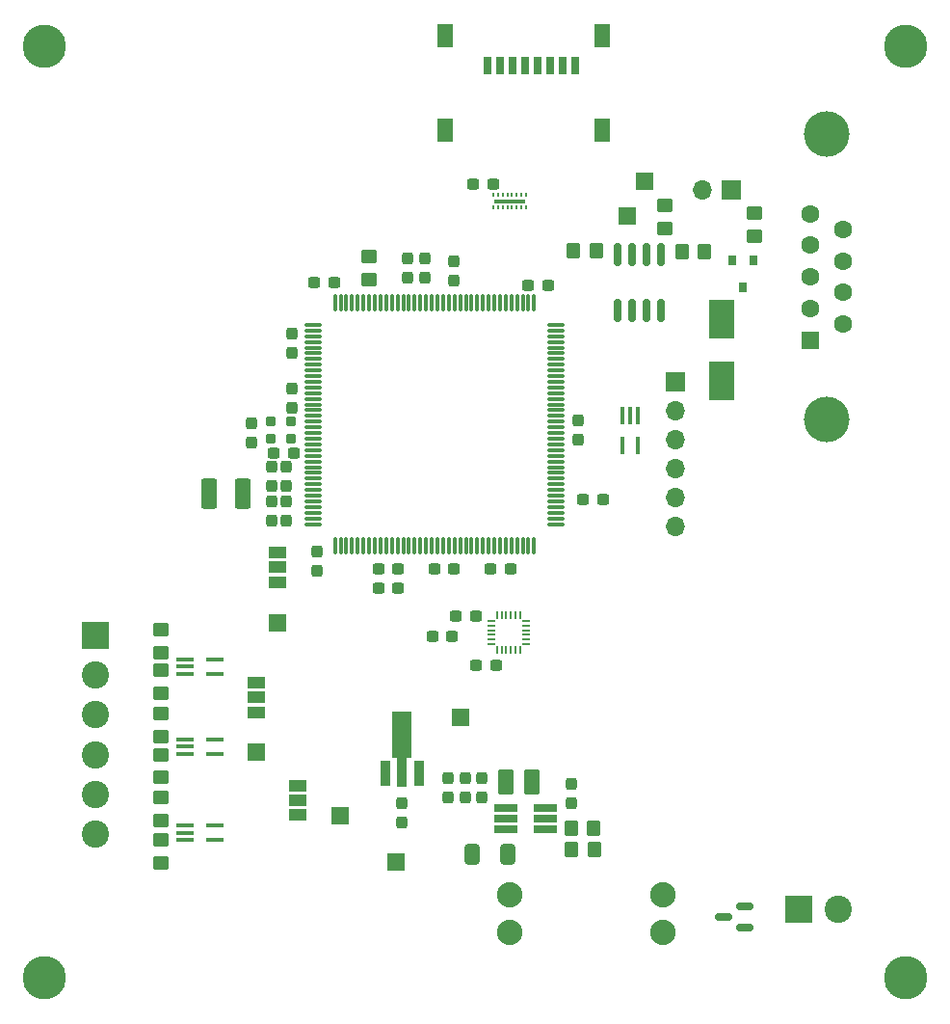
<source format=gts>
G04 #@! TF.GenerationSoftware,KiCad,Pcbnew,(6.0.5)*
G04 #@! TF.CreationDate,2023-02-15T02:15:57-07:00*
G04 #@! TF.ProjectId,EVCU,45564355-2e6b-4696-9361-645f70636258,rev?*
G04 #@! TF.SameCoordinates,Original*
G04 #@! TF.FileFunction,Soldermask,Top*
G04 #@! TF.FilePolarity,Negative*
%FSLAX46Y46*%
G04 Gerber Fmt 4.6, Leading zero omitted, Abs format (unit mm)*
G04 Created by KiCad (PCBNEW (6.0.5)) date 2023-02-15 02:15:57*
%MOMM*%
%LPD*%
G01*
G04 APERTURE LIST*
G04 Aperture macros list*
%AMRoundRect*
0 Rectangle with rounded corners*
0 $1 Rounding radius*
0 $2 $3 $4 $5 $6 $7 $8 $9 X,Y pos of 4 corners*
0 Add a 4 corners polygon primitive as box body*
4,1,4,$2,$3,$4,$5,$6,$7,$8,$9,$2,$3,0*
0 Add four circle primitives for the rounded corners*
1,1,$1+$1,$2,$3*
1,1,$1+$1,$4,$5*
1,1,$1+$1,$6,$7*
1,1,$1+$1,$8,$9*
0 Add four rect primitives between the rounded corners*
20,1,$1+$1,$2,$3,$4,$5,0*
20,1,$1+$1,$4,$5,$6,$7,0*
20,1,$1+$1,$6,$7,$8,$9,0*
20,1,$1+$1,$8,$9,$2,$3,0*%
%AMFreePoly0*
4,1,14,0.266715,0.088284,0.363284,-0.008285,0.375000,-0.036569,0.375000,-0.060000,0.363284,-0.088284,0.335000,-0.100000,-0.335000,-0.100000,-0.363284,-0.088284,-0.375000,-0.060000,-0.375000,0.060000,-0.363284,0.088284,-0.335000,0.100000,0.238431,0.100000,0.266715,0.088284,0.266715,0.088284,$1*%
%AMFreePoly1*
4,1,14,0.363284,0.088284,0.375000,0.060000,0.375000,0.036569,0.363284,0.008285,0.266715,-0.088284,0.238431,-0.100000,-0.335000,-0.100000,-0.363284,-0.088284,-0.375000,-0.060000,-0.375000,0.060000,-0.363284,0.088284,-0.335000,0.100000,0.335000,0.100000,0.363284,0.088284,0.363284,0.088284,$1*%
%AMFreePoly2*
4,1,14,0.088284,0.363284,0.100000,0.335000,0.100000,-0.335000,0.088284,-0.363284,0.060000,-0.375000,-0.060000,-0.375000,-0.088284,-0.363284,-0.100000,-0.335000,-0.100000,0.238431,-0.088284,0.266715,0.008285,0.363284,0.036569,0.375000,0.060000,0.375000,0.088284,0.363284,0.088284,0.363284,$1*%
%AMFreePoly3*
4,1,14,-0.008285,0.363284,0.088284,0.266715,0.100000,0.238431,0.100000,-0.335000,0.088284,-0.363284,0.060000,-0.375000,-0.060000,-0.375000,-0.088284,-0.363284,-0.100000,-0.335000,-0.100000,0.335000,-0.088284,0.363284,-0.060000,0.375000,-0.036569,0.375000,-0.008285,0.363284,-0.008285,0.363284,$1*%
%AMFreePoly4*
4,1,14,0.363284,0.088284,0.375000,0.060000,0.375000,-0.060000,0.363284,-0.088284,0.335000,-0.100000,-0.238431,-0.100000,-0.266715,-0.088284,-0.363284,0.008285,-0.375000,0.036569,-0.375000,0.060000,-0.363284,0.088284,-0.335000,0.100000,0.335000,0.100000,0.363284,0.088284,0.363284,0.088284,$1*%
%AMFreePoly5*
4,1,14,0.363284,0.088284,0.375000,0.060000,0.375000,-0.060000,0.363284,-0.088284,0.335000,-0.100000,-0.335000,-0.100000,-0.363284,-0.088284,-0.375000,-0.060000,-0.375000,-0.036569,-0.363284,-0.008285,-0.266715,0.088284,-0.238431,0.100000,0.335000,0.100000,0.363284,0.088284,0.363284,0.088284,$1*%
%AMFreePoly6*
4,1,14,0.088284,0.363284,0.100000,0.335000,0.100000,-0.238431,0.088284,-0.266715,-0.008285,-0.363284,-0.036569,-0.375000,-0.060000,-0.375000,-0.088284,-0.363284,-0.100000,-0.335000,-0.100000,0.335000,-0.088284,0.363284,-0.060000,0.375000,0.060000,0.375000,0.088284,0.363284,0.088284,0.363284,$1*%
%AMFreePoly7*
4,1,14,0.088284,0.363284,0.100000,0.335000,0.100000,-0.335000,0.088284,-0.363284,0.060000,-0.375000,0.036569,-0.375000,0.008285,-0.363284,-0.088284,-0.266715,-0.100000,-0.238431,-0.100000,0.335000,-0.088284,0.363284,-0.060000,0.375000,0.060000,0.375000,0.088284,0.363284,0.088284,0.363284,$1*%
%AMFreePoly8*
4,1,9,5.362500,-0.866500,1.237500,-0.866500,1.237500,-0.450000,-1.237500,-0.450000,-1.237500,0.450000,1.237500,0.450000,1.237500,0.866500,5.362500,0.866500,5.362500,-0.866500,5.362500,-0.866500,$1*%
G04 Aperture macros list end*
%ADD10R,1.500000X1.500000*%
%ADD11RoundRect,0.237500X0.237500X-0.300000X0.237500X0.300000X-0.237500X0.300000X-0.237500X-0.300000X0*%
%ADD12R,0.400000X1.500000*%
%ADD13R,1.500000X1.000000*%
%ADD14FreePoly0,270.000000*%
%ADD15RoundRect,0.050000X-0.050000X0.325000X-0.050000X-0.325000X0.050000X-0.325000X0.050000X0.325000X0*%
%ADD16FreePoly1,270.000000*%
%ADD17FreePoly2,270.000000*%
%ADD18RoundRect,0.050000X-0.325000X0.050000X-0.325000X-0.050000X0.325000X-0.050000X0.325000X0.050000X0*%
%ADD19FreePoly3,270.000000*%
%ADD20FreePoly4,270.000000*%
%ADD21FreePoly5,270.000000*%
%ADD22FreePoly6,270.000000*%
%ADD23FreePoly7,270.000000*%
%ADD24RoundRect,0.250001X0.462499X0.849999X-0.462499X0.849999X-0.462499X-0.849999X0.462499X-0.849999X0*%
%ADD25RoundRect,0.237500X0.300000X0.237500X-0.300000X0.237500X-0.300000X-0.237500X0.300000X-0.237500X0*%
%ADD26R,0.900000X2.300000*%
%ADD27FreePoly8,90.000000*%
%ADD28C,3.800000*%
%ADD29RoundRect,0.237500X-0.237500X0.300000X-0.237500X-0.300000X0.237500X-0.300000X0.237500X0.300000X0*%
%ADD30RoundRect,0.250001X-0.462499X-1.074999X0.462499X-1.074999X0.462499X1.074999X-0.462499X1.074999X0*%
%ADD31RoundRect,0.250000X-0.450000X0.350000X-0.450000X-0.350000X0.450000X-0.350000X0.450000X0.350000X0*%
%ADD32R,1.500000X0.400000*%
%ADD33RoundRect,0.250000X0.350000X0.450000X-0.350000X0.450000X-0.350000X-0.450000X0.350000X-0.450000X0*%
%ADD34RoundRect,0.250000X0.412500X0.650000X-0.412500X0.650000X-0.412500X-0.650000X0.412500X-0.650000X0*%
%ADD35R,2.000000X0.650000*%
%ADD36RoundRect,0.250000X-0.350000X-0.450000X0.350000X-0.450000X0.350000X0.450000X-0.350000X0.450000X0*%
%ADD37R,2.400000X2.400000*%
%ADD38C,2.400000*%
%ADD39C,2.235200*%
%ADD40RoundRect,0.075000X-0.662500X-0.075000X0.662500X-0.075000X0.662500X0.075000X-0.662500X0.075000X0*%
%ADD41RoundRect,0.075000X-0.075000X-0.662500X0.075000X-0.662500X0.075000X0.662500X-0.075000X0.662500X0*%
%ADD42RoundRect,0.237500X-0.300000X-0.237500X0.300000X-0.237500X0.300000X0.237500X-0.300000X0.237500X0*%
%ADD43R,1.700000X1.700000*%
%ADD44O,1.700000X1.700000*%
%ADD45RoundRect,0.150000X0.587500X0.150000X-0.587500X0.150000X-0.587500X-0.150000X0.587500X-0.150000X0*%
%ADD46R,2.300000X3.500000*%
%ADD47RoundRect,0.150000X0.150000X-0.825000X0.150000X0.825000X-0.150000X0.825000X-0.150000X-0.825000X0*%
%ADD48R,0.800000X1.500000*%
%ADD49R,1.450000X2.000000*%
%ADD50RoundRect,0.250000X0.450000X-0.350000X0.450000X0.350000X-0.450000X0.350000X-0.450000X-0.350000X0*%
%ADD51C,4.000000*%
%ADD52R,1.600000X1.600000*%
%ADD53C,1.600000*%
%ADD54RoundRect,0.200000X0.250000X-0.200000X0.250000X0.200000X-0.250000X0.200000X-0.250000X-0.200000X0*%
%ADD55R,0.800000X0.900000*%
%ADD56R,0.200000X0.450000*%
%ADD57R,2.800000X0.300000*%
G04 APERTURE END LIST*
D10*
X136579531Y-57293200D03*
X135055531Y-60341200D03*
D11*
X130105200Y-111915100D03*
X130105200Y-110190100D03*
D12*
X135955800Y-77867200D03*
X135305800Y-77867200D03*
X134655800Y-77867200D03*
X134655800Y-80527200D03*
X135955800Y-80527200D03*
D13*
X104292400Y-89886000D03*
X104292400Y-91186000D03*
X104292400Y-92486000D03*
D11*
X119846400Y-66029700D03*
X119846400Y-64304700D03*
D14*
X125621600Y-95417200D03*
D15*
X125221600Y-95417200D03*
X124821600Y-95417200D03*
X124421600Y-95417200D03*
X124021600Y-95417200D03*
D16*
X123621600Y-95417200D03*
D17*
X123121600Y-95917200D03*
D18*
X123121600Y-96317200D03*
X123121600Y-96717200D03*
X123121600Y-97117200D03*
X123121600Y-97517200D03*
D19*
X123121600Y-97917200D03*
D20*
X123621600Y-98417200D03*
D15*
X124021600Y-98417200D03*
X124421600Y-98417200D03*
X124821600Y-98417200D03*
X125221600Y-98417200D03*
D21*
X125621600Y-98417200D03*
D22*
X126121600Y-97917200D03*
D18*
X126121600Y-97517200D03*
X126121600Y-97117200D03*
X126121600Y-96717200D03*
X126121600Y-96317200D03*
D23*
X126121600Y-95917200D03*
D24*
X126695700Y-110036600D03*
X124370700Y-110036600D03*
D25*
X123502900Y-99838200D03*
X121777900Y-99838200D03*
D26*
X113765200Y-109312600D03*
D27*
X115265200Y-109225100D03*
D26*
X116765200Y-109312600D03*
D10*
X109820200Y-112979200D03*
D28*
X83820000Y-45466000D03*
D29*
X115243008Y-111910156D03*
X115243008Y-113635156D03*
D28*
X159512000Y-45466000D03*
D30*
X98292900Y-84725200D03*
X101267900Y-84725200D03*
D11*
X130768400Y-79999700D03*
X130768400Y-78274700D03*
D25*
X109278900Y-66183200D03*
X107553900Y-66183200D03*
D31*
X94081600Y-107661200D03*
X94081600Y-109661200D03*
D32*
X96155200Y-99273600D03*
X96155200Y-99923600D03*
X96155200Y-100573600D03*
X98815200Y-100573600D03*
X98815200Y-99273600D03*
D11*
X117306400Y-65775700D03*
X117306400Y-64050700D03*
D33*
X132121200Y-114117856D03*
X130121200Y-114117856D03*
D13*
X102479600Y-101316000D03*
X102479600Y-102616000D03*
X102479600Y-103916000D03*
D34*
X124555700Y-116386600D03*
X121430700Y-116386600D03*
D31*
X94081600Y-104054400D03*
X94081600Y-106054400D03*
D33*
X132321731Y-63414600D03*
X130321731Y-63414600D03*
D35*
X124409200Y-112308600D03*
X124409200Y-113258600D03*
X124409200Y-114208600D03*
X127829200Y-114208600D03*
X127829200Y-113258600D03*
X127829200Y-112308600D03*
D31*
X94081600Y-96688400D03*
X94081600Y-98688400D03*
D25*
X124772900Y-91329200D03*
X123047900Y-91329200D03*
D10*
X104292400Y-96053400D03*
D36*
X139846731Y-63465400D03*
X141846731Y-63465400D03*
D32*
X96155200Y-106284000D03*
X96155200Y-106934000D03*
X96155200Y-107584000D03*
X98815200Y-107584000D03*
X98815200Y-106284000D03*
D25*
X114892300Y-91329200D03*
X113167300Y-91329200D03*
D13*
X106086400Y-110358400D03*
X106086400Y-111658400D03*
X106086400Y-112958400D03*
D37*
X150091200Y-121194600D03*
D38*
X153591200Y-121194600D03*
D10*
X114757200Y-117094000D03*
D25*
X114892300Y-93005600D03*
X113167300Y-93005600D03*
X119819900Y-91329200D03*
X118094900Y-91329200D03*
D39*
X138153808Y-123288256D03*
X138153808Y-119986256D03*
X124691808Y-123288256D03*
X124691808Y-119986256D03*
D40*
X107456700Y-69904600D03*
X107456700Y-70404600D03*
X107456700Y-70904600D03*
X107456700Y-71404600D03*
X107456700Y-71904600D03*
X107456700Y-72404600D03*
X107456700Y-72904600D03*
X107456700Y-73404600D03*
X107456700Y-73904600D03*
X107456700Y-74404600D03*
X107456700Y-74904600D03*
X107456700Y-75404600D03*
X107456700Y-75904600D03*
X107456700Y-76404600D03*
X107456700Y-76904600D03*
X107456700Y-77404600D03*
X107456700Y-77904600D03*
X107456700Y-78404600D03*
X107456700Y-78904600D03*
X107456700Y-79404600D03*
X107456700Y-79904600D03*
X107456700Y-80404600D03*
X107456700Y-80904600D03*
X107456700Y-81404600D03*
X107456700Y-81904600D03*
X107456700Y-82404600D03*
X107456700Y-82904600D03*
X107456700Y-83404600D03*
X107456700Y-83904600D03*
X107456700Y-84404600D03*
X107456700Y-84904600D03*
X107456700Y-85404600D03*
X107456700Y-85904600D03*
X107456700Y-86404600D03*
X107456700Y-86904600D03*
X107456700Y-87404600D03*
D41*
X109369200Y-89317100D03*
X109869200Y-89317100D03*
X110369200Y-89317100D03*
X110869200Y-89317100D03*
X111369200Y-89317100D03*
X111869200Y-89317100D03*
X112369200Y-89317100D03*
X112869200Y-89317100D03*
X113369200Y-89317100D03*
X113869200Y-89317100D03*
X114369200Y-89317100D03*
X114869200Y-89317100D03*
X115369200Y-89317100D03*
X115869200Y-89317100D03*
X116369200Y-89317100D03*
X116869200Y-89317100D03*
X117369200Y-89317100D03*
X117869200Y-89317100D03*
X118369200Y-89317100D03*
X118869200Y-89317100D03*
X119369200Y-89317100D03*
X119869200Y-89317100D03*
X120369200Y-89317100D03*
X120869200Y-89317100D03*
X121369200Y-89317100D03*
X121869200Y-89317100D03*
X122369200Y-89317100D03*
X122869200Y-89317100D03*
X123369200Y-89317100D03*
X123869200Y-89317100D03*
X124369200Y-89317100D03*
X124869200Y-89317100D03*
X125369200Y-89317100D03*
X125869200Y-89317100D03*
X126369200Y-89317100D03*
X126869200Y-89317100D03*
D40*
X128781700Y-87404600D03*
X128781700Y-86904600D03*
X128781700Y-86404600D03*
X128781700Y-85904600D03*
X128781700Y-85404600D03*
X128781700Y-84904600D03*
X128781700Y-84404600D03*
X128781700Y-83904600D03*
X128781700Y-83404600D03*
X128781700Y-82904600D03*
X128781700Y-82404600D03*
X128781700Y-81904600D03*
X128781700Y-81404600D03*
X128781700Y-80904600D03*
X128781700Y-80404600D03*
X128781700Y-79904600D03*
X128781700Y-79404600D03*
X128781700Y-78904600D03*
X128781700Y-78404600D03*
X128781700Y-77904600D03*
X128781700Y-77404600D03*
X128781700Y-76904600D03*
X128781700Y-76404600D03*
X128781700Y-75904600D03*
X128781700Y-75404600D03*
X128781700Y-74904600D03*
X128781700Y-74404600D03*
X128781700Y-73904600D03*
X128781700Y-73404600D03*
X128781700Y-72904600D03*
X128781700Y-72404600D03*
X128781700Y-71904600D03*
X128781700Y-71404600D03*
X128781700Y-70904600D03*
X128781700Y-70404600D03*
X128781700Y-69904600D03*
D41*
X126869200Y-67992100D03*
X126369200Y-67992100D03*
X125869200Y-67992100D03*
X125369200Y-67992100D03*
X124869200Y-67992100D03*
X124369200Y-67992100D03*
X123869200Y-67992100D03*
X123369200Y-67992100D03*
X122869200Y-67992100D03*
X122369200Y-67992100D03*
X121869200Y-67992100D03*
X121369200Y-67992100D03*
X120869200Y-67992100D03*
X120369200Y-67992100D03*
X119869200Y-67992100D03*
X119369200Y-67992100D03*
X118869200Y-67992100D03*
X118369200Y-67992100D03*
X117869200Y-67992100D03*
X117369200Y-67992100D03*
X116869200Y-67992100D03*
X116369200Y-67992100D03*
X115869200Y-67992100D03*
X115369200Y-67992100D03*
X114869200Y-67992100D03*
X114369200Y-67992100D03*
X113869200Y-67992100D03*
X113369200Y-67992100D03*
X112869200Y-67992100D03*
X112369200Y-67992100D03*
X111869200Y-67992100D03*
X111369200Y-67992100D03*
X110869200Y-67992100D03*
X110369200Y-67992100D03*
X109869200Y-67992100D03*
X109369200Y-67992100D03*
D11*
X115782400Y-65775700D03*
X115782400Y-64050700D03*
D42*
X131175900Y-85233200D03*
X132900900Y-85233200D03*
D43*
X144204531Y-58055200D03*
D44*
X141664531Y-58055200D03*
D45*
X145412700Y-122844600D03*
X145412700Y-120944600D03*
X143537700Y-121894600D03*
D25*
X121724900Y-95469400D03*
X119999900Y-95469400D03*
D43*
X139319000Y-74904600D03*
D44*
X139319000Y-77444600D03*
X139319000Y-79984600D03*
X139319000Y-82524600D03*
X139319000Y-85064600D03*
X139319000Y-87604600D03*
D31*
X94081600Y-100244400D03*
X94081600Y-102244400D03*
D32*
X96155200Y-113853200D03*
X96155200Y-114503200D03*
X96155200Y-115153200D03*
X98815200Y-115153200D03*
X98815200Y-113853200D03*
D31*
X146231531Y-60103200D03*
X146231531Y-62103200D03*
D28*
X159512000Y-127254000D03*
D42*
X121523900Y-57547200D03*
X123248900Y-57547200D03*
D29*
X119307008Y-109674956D03*
X119307008Y-111399956D03*
X120863208Y-109682100D03*
X120863208Y-111407100D03*
D37*
X88279200Y-97142600D03*
D38*
X88279200Y-100642600D03*
X88279200Y-104142600D03*
X88279200Y-107642600D03*
X88279200Y-111142600D03*
X88279200Y-114642600D03*
D10*
X102454200Y-107391200D03*
D46*
X143383000Y-74836000D03*
X143383000Y-69436000D03*
D29*
X105114400Y-85386700D03*
X105114400Y-87111700D03*
D11*
X105622400Y-77205700D03*
X105622400Y-75480700D03*
D10*
X120370600Y-104394000D03*
D25*
X105722900Y-81169200D03*
X103997900Y-81169200D03*
D11*
X105114400Y-84063700D03*
X105114400Y-82338700D03*
D47*
X134166531Y-68658200D03*
X135436531Y-68658200D03*
X136706531Y-68658200D03*
X137976531Y-68658200D03*
X137976531Y-63708200D03*
X136706531Y-63708200D03*
X135436531Y-63708200D03*
X134166531Y-63708200D03*
D48*
X122742400Y-47107200D03*
X123842400Y-47107200D03*
X124942400Y-47107200D03*
X126042400Y-47107200D03*
X127142400Y-47107200D03*
X128242400Y-47107200D03*
X129342400Y-47107200D03*
X130442400Y-47107200D03*
D49*
X132817400Y-44507200D03*
X119067400Y-44507200D03*
X119067400Y-52807200D03*
X132817400Y-52807200D03*
D25*
X119667500Y-97222000D03*
X117942500Y-97222000D03*
D11*
X105622400Y-72379700D03*
X105622400Y-70654700D03*
D50*
X94081600Y-117128800D03*
X94081600Y-115128800D03*
X112378800Y-65938600D03*
X112378800Y-63938600D03*
D29*
X103844400Y-85386700D03*
X103844400Y-87111700D03*
X107823000Y-89815500D03*
X107823000Y-91540500D03*
D51*
X152594869Y-78185200D03*
X152594869Y-53185200D03*
D52*
X151174869Y-71225200D03*
D53*
X151174869Y-68455200D03*
X151174869Y-65685200D03*
X151174869Y-62915200D03*
X151174869Y-60145200D03*
X154014869Y-69840200D03*
X154014869Y-67070200D03*
X154014869Y-64300200D03*
X154014869Y-61530200D03*
D11*
X103844400Y-84063700D03*
X103844400Y-82338700D03*
D54*
X103681400Y-79862200D03*
X105531400Y-79862200D03*
X105531400Y-78412200D03*
X103681400Y-78412200D03*
D55*
X146165531Y-64221200D03*
X144265531Y-64221200D03*
X145215531Y-66621200D03*
D29*
X102057200Y-78528700D03*
X102057200Y-80253700D03*
D36*
X130143408Y-115998456D03*
X132143408Y-115998456D03*
D56*
X123322400Y-59616200D03*
X123722400Y-59616200D03*
X124122400Y-59616200D03*
X124522400Y-59616200D03*
X124922400Y-59616200D03*
X125322400Y-59616200D03*
X125722400Y-59616200D03*
X126122400Y-59616200D03*
X126122400Y-58465200D03*
X125722400Y-58465200D03*
X125322400Y-58465200D03*
X124922400Y-58465200D03*
X124522400Y-58465200D03*
X124122400Y-58465200D03*
X123722400Y-58465200D03*
X123322400Y-58465200D03*
D57*
X124722400Y-59041200D03*
D50*
X94081600Y-113420400D03*
X94081600Y-111420400D03*
D42*
X126349900Y-66437200D03*
X128074900Y-66437200D03*
D29*
X122231200Y-109682100D03*
X122231200Y-111407100D03*
D28*
X83820000Y-127254000D03*
D31*
X138382931Y-59417400D03*
X138382931Y-61417400D03*
M02*

</source>
